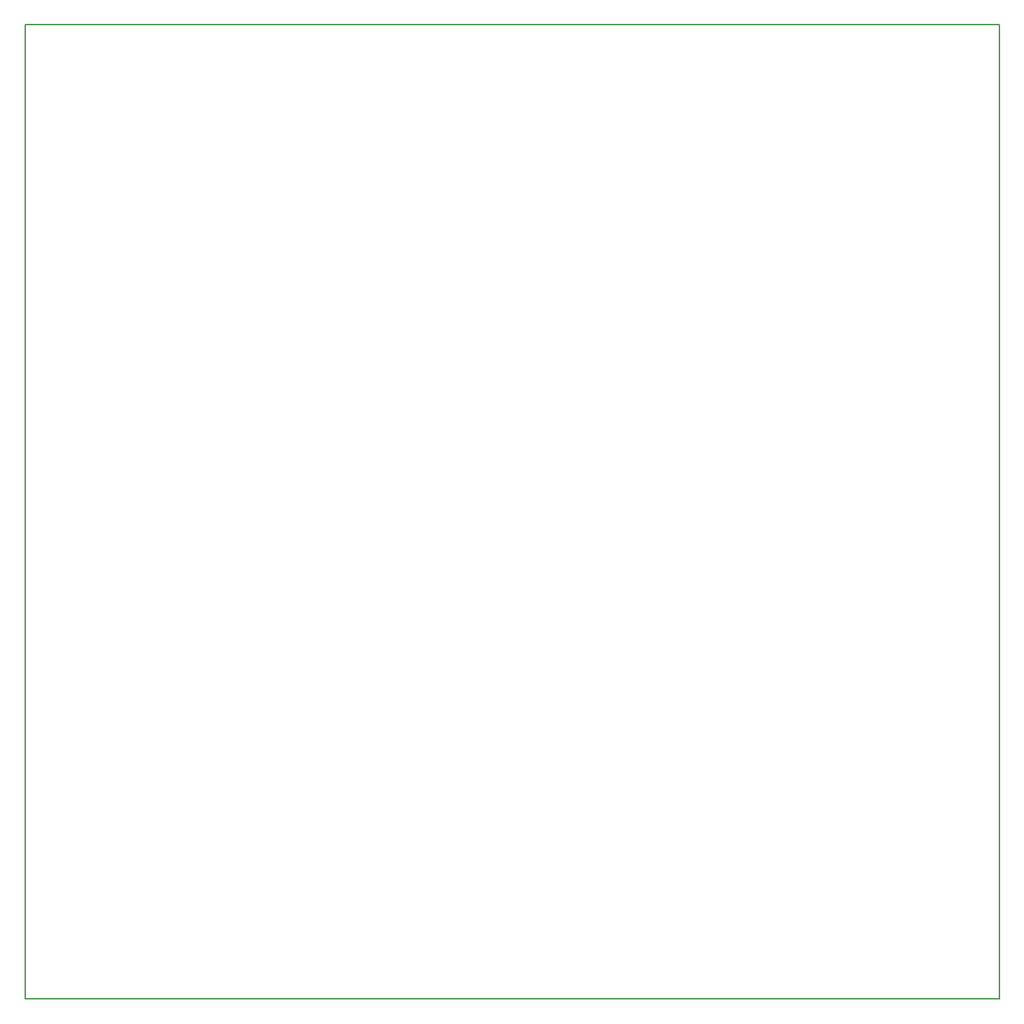
<source format=gko>
G04 #@! TF.FileFunction,Profile,NP*
%FSLAX46Y46*%
G04 Gerber Fmt 4.6, Leading zero omitted, Abs format (unit mm)*
G04 Created by KiCad (PCBNEW 4.0.2+e4-6225~38~ubuntu14.04.1-stable) date Sat 23 Jul 2016 14:16:42 NZST*
%MOMM*%
G01*
G04 APERTURE LIST*
%ADD10C,0.100000*%
%ADD11C,0.150000*%
G04 APERTURE END LIST*
D10*
D11*
X249500000Y239500000D02*
X249500000Y360500000D01*
X370500000Y239500000D02*
X249500000Y239500000D01*
X370500000Y360500000D02*
X370500000Y239500000D01*
X249500000Y360500000D02*
X370500000Y360500000D01*
M02*

</source>
